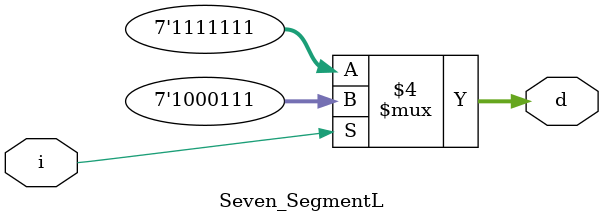
<source format=v>
module Seven_SegmentL(i,d);
  
  parameter output_bit = 7;
  
  input i;
  output [output_bit-1:0]d;
  
  reg [output_bit-1:0]d;
  
 
  always @(*) begin
	 if(i == 1'b1) d<= 7'b100_0111;        //L
	 else d<=7'b111_1111;

    end
  endmodule


</source>
